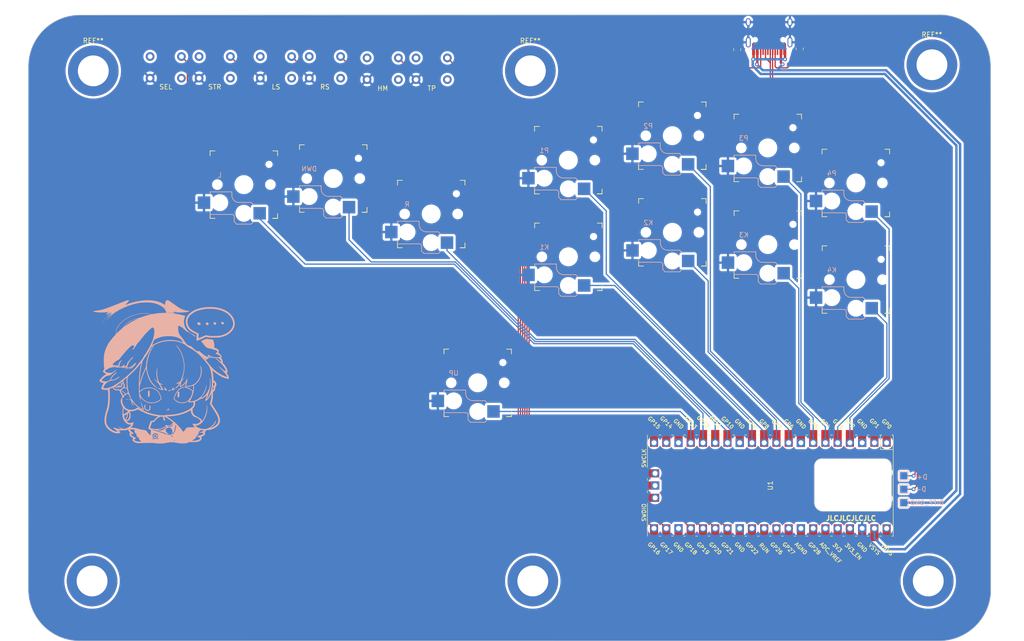
<source format=kicad_pcb>
(kicad_pcb (version 20221018) (generator pcbnew)
  (layers (0 "F.Cu" signal) (31 "B.Cu" signal) (34 "B.Paste" user) (35 "F.Paste" user) (36 "B.SilkS" user "B.Silkscreen") (37 "F.SilkS" user "F.Silkscreen") (38 "B.Mask" user) (39 "F.Mask" user) (44 "Edge.Cuts" user))
  (net 0 "")
  (net 1 "Net-(USB1-CC2)")
  (net 2 "GND")
  (net 3 "left")
  (net 4 "down")
  (net 5 "right")
  (net 6 "up")
  (net 7 "p1")
  (net 8 "p2")
  (net 9 "p3")
  (net 10 "p4")
  (net 11 "k1")
  (net 12 "k2")
  (net 13 "k3")
  (net 14 "k4")
  (net 15 "Net-(USB1-CC1)")
  (net 16 "d+")
  (net 17 "d-")
  (net 19 "start")
  (net 20 "select")
  (net 21 "LS")
  (net 22 "RS")
  (net 23 "home")
  (net 24 "TP")
  (net 49 "VCC")
  (net 50 "GND1")
  (footprint "MountingHole:MountingHole_6.4mm_M6_ISO7380_Pad_TopBottom" (layer "F.Cu") (at 202.438 30.734)
    (fp_text reference "REF**")
    (fp_text value "MountingHole_6.4mm_M6_ISO7380_Pad_TopBottom")
  )
  (footprint "random-keyboard-parts:PushButton_6x6mm_TH" (layer "F.Cu") (at 98.656 31.568)
    (fp_text reference "TP")
    (fp_text value "SW_Push")
  )
  (footprint "random-keyboard-parts:PushButton_6x6mm_TH" (layer "F.Cu") (at 76.506 31.278)
    (fp_text reference "RS")
    (fp_text value "SW_Push")
  )
  (footprint "keyswitches:Kailh_socket_PG1350" (layer "F.Cu") (at 59.69 55.626)
    (fp_text reference "L")
    (fp_text value "MX-NoLED")
  )
  (footprint "keyswitches:Kailh_socket_PG1350" (layer "F.Cu") (at 168.402 68.072)
    (fp_text reference "K3")
    (fp_text value "MX-NoLED")
  )
  (footprint "MCU_RaspberryPi_and_Boards:RPi_Pico_SMD_TH" (layer "F.Cu") (at 168.91 118.11 -90)
    (fp_text reference "U1")
    (fp_text value "Pico")
  )
  (footprint "Resistor_SMD:R_0805_2012Metric_Pad1.20x1.40mm_HandSolder" (layer "F.Cu") (at 162.052 27.583 90)
    (fp_text reference "R1" hide)
    (fp_text value "5.1K")
  )
  (footprint "random-keyboard-parts:PushButton_6x6mm_TH" (layer "F.Cu") (at 66.346 31.278)
    (fp_text reference "LS")
    (fp_text value "SW_Push")
  )
  (footprint "keyswitches:Kailh_socket_PG1350" (layer "F.Cu") (at 148.574 45.466)
    (fp_text reference "P2")
    (fp_text value "MX-NoLED")
  )
  (footprint "Type-C:HRO-TYPE-C-31-M-12-HandSoldering" (layer "F.Cu") (at 168.656 19.291 180)
    (fp_text reference "USB1" hide)
    (fp_text value "HRO-TYPE-C-31-M-12")
  )
  (footprint "random-keyboard-parts:PushButton_6x6mm_TH" (layer "F.Cu") (at 88.496 31.568)
    (fp_text reference "HM")
    (fp_text value "SW_Push")
  )
  (footprint "keyswitches:Kailh_socket_PG1350" (layer "F.Cu") (at 108.204 96.774)
    (fp_text reference "UP")
    (fp_text value "MX-NoLED")
  )
  (footprint "Resistor_SMD:R_0805_2012Metric_Pad1.20x1.40mm_HandSolder" (layer "F.Cu") (at 175.006 27.448 90)
    (fp_text reference "R2" hide)
    (fp_text value "5.1K")
  )
  (footprint "keyswitches:Kailh_socket_PG1350" (layer "F.Cu") (at 186.658 55.276)
    (fp_text reference "P4")
    (fp_text value "MX-NoLED")
  )
  (footprint "keyswitches:Kailh_socket_PG1350" (layer "F.Cu") (at 78.232 54.356)
    (fp_text reference "DWN")
    (fp_text value "MX-NoLED")
  )
  (footprint "keyswitches:Kailh_socket_PG1350" (layer "F.Cu") (at 98.552 61.722)
    (fp_text reference "R")
    (fp_text value "MX-NoLED")
  )
  (footprint "MountingHole:MountingHole_6.4mm_M6_ISO7380_Pad_TopBottom" (layer "F.Cu") (at 119.634 137.922)
    (fp_text reference "REF**" hide)
    (fp_text value "MountingHole_6.4mm_M6_ISO7380_Pad_TopBottom")
  )
  (footprint "MountingHole:MountingHole_6.4mm_M6_ISO7380_Pad_TopBottom" (layer "F.Cu") (at 28.448 32.004)
    (fp_text reference "REF**")
    (fp_text value "MountingHole_6.4mm_M6_ISO7380_Pad_TopBottom")
  )
  (footprint "keyswitches:Kailh_socket_PG1350" (layer "F.Cu") (at 168.386 48.006)
    (fp_text reference "P3")
    (fp_text value "MX-NoLED")
  )
  (footprint "keyswitches:Kailh_socket_PG1350" (layer "F.Cu") (at 186.674 75.342)
    (fp_text reference "K4")
    (fp_text value "MX-NoLED")
  )
  (footprint "keyswitches:Kailh_socket_PG1350" (layer "F.Cu") (at 127 50.546)
    (fp_text reference "P1")
    (fp_text value "MX-NoLED")
  )
  (footprint "MountingHole:MountingHole_6.4mm_M6_ISO7380_Pad_TopBottom" (layer "F.Cu") (at 119.126 32.004)
    (fp_text reference "REF**")
    (fp_text value "MountingHole_6.4mm_M6_ISO7380_Pad_TopBottom")
  )
  (footprint "keyswitches:Kailh_socket_PG1350" (layer "F.Cu") (at 127.016 70.612)
    (fp_text reference "K1")
    (fp_text value "MX-NoLED")
  )
  (footprint "MountingHole:MountingHole_6.4mm_M6_ISO7380_Pad_TopBottom" (layer "F.Cu") (at 28.194 137.922)
    (fp_text reference "REF**" hide)
    (fp_text value "MountingHole_6.4mm_M6_ISO7380_Pad_TopBottom")
  )
  (footprint "keyswitches:Kailh_socket_PG1350" (layer "F.Cu") (at 148.59 65.532)
    (fp_text reference "K2")
    (fp_text value "MX-NoLED")
  )
  (footprint "random-keyboard-parts:PushButton_6x6mm_TH" (layer "F.Cu") (at 43.486 31.278)
    (fp_text reference "SEL")
    (fp_text value "SW_Push")
  )
  (footprint "MountingHole:MountingHole_6.4mm_M6_ISO7380_Pad_TopBottom" (layer "F.Cu") (at 201.676 137.922)
    (fp_text reference "REF**" hide)
    (fp_text value "MountingHole_6.4mm_M6_ISO7380_Pad_TopBottom")
  )
  (footprint "random-keyboard-parts:PushButton_6x6mm_TH" (layer "F.Cu") (at 53.646 31.278)
    (fp_text reference "STR")
    (fp_text value "SW_Push")
  )
  (footprint "misc_silkscreen:logo" (layer "B.Cu") (at 39.116 119.888 180)
    (fp_text reference "G***" hide)
    (fp_text value "LOGO" hide)
  )
  (footprint "TestPoint:TestPoint_Pad_1.5x1.5mm" (layer "B.Cu") (at 196.596 116.078 180)
    (fp_text reference "D+")
    (fp_text value "Conn_01x01")
  )
  (footprint "misc_silkscreen:koharu" (layer "B.Cu") (at 43.18 94.488 180)
    (fp_text reference "G***" hide)
    (fp_text value "LOGO" hide)
  )
  (footprint "TestPoint:TestPoint_Pad_1.5x1.5mm" (layer "B.Cu") (at 196.596 121.666 180)
    (fp_text reference "DIFF_GND")
    (fp_text value "Conn_01x01")
  )
  (footprint "TestPoint:TestPoint_Pad_1.5x1.5mm" (layer "B.Cu") (at 196.596 118.872 180)
    (fp_text reference "D-")
    (fp_text value "Conn_01x01")
  )
  (gr_line (start 192.532 112.522) (end 179.578 112.522) (stroke (width 0.1)) (layer "Edge.Cuts"))
  (gr_arc (start 214.692491 139.360163) (mid 211.632994 147.128134) (end 203.938504 150.367999) (stroke (width 0.1)) (layer "Edge.Cuts"))
  (gr_line (start 214.617393 30.998889) (end 214.692492 139.360163) (stroke (width 0.1)) (layer "Edge.Cuts"))
  (gr_line (start 194.056 114.046) (end 194.056 121.92) (stroke (width 0.1)) (layer "Edge.Cuts"))
  (gr_arc (start 14.987185 31.325763) (mid 18.017621 23.625864) (end 25.641482 20.408921) (stroke (width 0.1)) (layer "Edge.Cuts"))
  (gr_line (start 178.054 114.046) (end 178.054001 121.665999) (stroke (width 0.1)) (layer "Edge.Cuts"))
  (gr_arc (start 179.832001 123.444) (mid 178.574765 122.923236) (end 178.054001 121.666) (stroke (width 0.1)) (layer "Edge.Cuts"))
  (gr_arc (start 192.532 112.522) (mid 193.609631 112.968369) (end 194.056 114.046) (stroke (width 0.1)) (layer "Edge.Cuts"))
  (gr_arc (start 203.700546 20.333793) (mid 211.404308 23.368001) (end 214.617393 30.998889) (stroke (width 0.1)) (layer "Edge.Cuts"))
  (gr_line (start 25.641482 20.408921) (end 203.700546 20.333793) (stroke (width 0.1)) (layer "Edge.Cuts"))
  (gr_arc (start 178.054 114.046) (mid 178.500369 112.968369) (end 179.578 112.522) (stroke (width 0.1)) (layer "Edge.Cuts"))
  (gr_arc (start 25.890241 150.365097) (mid 18.186478 147.330889) (end 14.973393 139.7) (stroke (width 0.1)) (layer "Edge.Cuts"))
  (gr_line (start 14.973393 139.7) (end 14.987185 31.325763) (stroke (width 0.1)) (layer "Edge.Cuts"))
  (gr_line (start 192.532 123.444) (end 179.832001 123.444) (stroke (width 0.1)) (layer "Edge.Cuts"))
  (gr_line (start 203.938504 150.367999) (end 25.890241 150.365097) (stroke (width 0.1)) (layer "Edge.Cuts"))
  (gr_arc (start 194.056 121.92) (mid 193.609631 122.997631) (end 192.532 123.444) (stroke (width 0.1)) (layer "Edge.Cuts"))
  (gr_text "JLCJLCJLCJLC" (at 180.34 125.476) (layer "F.SilkS") (effects (font (size 1 1) (thickness 0.25) bold) (justify left bottom)))
  (segment (start 166.624 31.377) (end 164.592 31.377) (width 0.25) (layer "F.Cu") (net 1))
  (segment (start 166.91 27.821) (end 166.91 31.091) (width 0.25) (layer "F.Cu") (net 1))
  (segment (start 162.56 29.345) (end 164.592 31.377) (width 0.25) (layer "F.Cu") (net 1))
  (segment (start 166.91 31.091) (end 166.624 31.377) (width 0.25) (layer "F.Cu") (net 1))
  (segment (start 162.56 29.091) (end 162.56 29.345) (width 0.25) (layer "F.Cu") (net 1))
  (segment (start 72.39 72.136) (end 103.378 72.136) (width 0.25) (layer "B.Cu") (net 3))
  (segment (start 140.459208 88.646) (end 154.94 103.126792) (width 0.25) (layer "B.Cu") (net 3))
  (segment (start 119.888 88.646) (end 140.459208 88.646) (width 0.25) (layer "B.Cu") (net 3))
  (segment (start 62.965 61.576) (end 62.965 62.711) (width 0.25) (layer "B.Cu") (net 3))
  (segment (start 154.94 103.126792) (end 154.94 109.22) (width 0.25) (layer "B.Cu") (net 3))
  (segment (start 62.965 62.711) (end 72.39 72.136) (width 0.25) (layer "B.Cu") (net 3))
  (segment (start 103.378 72.136) (end 119.888 88.646) (width 0.25) (layer "B.Cu") (net 3))
  (segment (start 157.48 105.030396) (end 157.48 109.22) (width 0.25) (layer "B.Cu") (net 4))
  (segment (start 140.645604 88.196) (end 157.48 105.030396) (width 0.25) (layer "B.Cu") (net 4))
  (segment (start 103.564396 71.686) (end 120.074396 88.196) (width 0.25) (layer "B.Cu") (net 4))
  (segment (start 120.074396 88.196) (end 140.645604 88.196) (width 0.25) (layer "B.Cu") (net 4))
  (segment (start 86.106 71.686) (end 103.564396 71.686) (width 0.25) (layer "B.Cu") (net 4))
  (segment (start 81.507 60.306) (end 81.507 67.087) (width 0.25) (layer "B.Cu") (net 4))
  (segment (start 81.507 67.087) (end 86.106 71.686) (width 0.25) (layer "B.Cu") (net 4))
  (segment (start 103.748 71.236) (end 103.750792 71.236) (width 0.25) (layer "B.Cu") (net 5))
  (segment (start 103.750792 71.236) (end 120.260792 87.746) (width 0.25) (layer "B.Cu") (net 5))
  (segment (start 160.02 106.934) (end 160.02 109.22) (width 0.25) (layer "B.Cu") (net 5))
  (segment (start 101.827 69.315) (end 103.748 71.236) (width 0.25) (layer "B.Cu") (net 5))
  (segment (start 120.260792 87.746) (end 140.832 87.746) (width 0.25) (layer "B.Cu") (net 5))
  (segment (start 140.832 87.746) (end 160.02 106.934) (width 0.25) (layer "B.Cu") (net 5))
  (segment (start 101.827 67.672) (end 101.827 69.315) (width 0.25) (layer "B.Cu") (net 5))
  (segment (start 152.4 104.902) (end 152.4 109.22) (width 0.25) (layer "B.Cu") (net 6))
  (segment (start 150.222 102.724) (end 152.4 104.902) (width 0.25) (layer "B.Cu") (net 6))
  (segment (start 111.479 102.724) (end 150.222 102.724) (width 0.25) (layer "B.Cu") (net 6))
  (segment (start 167.64 106.934) (end 167.64 109.22) (width 0.25) (layer "B.Cu") (net 7))
  (segment (start 134.874 74.168) (end 167.64 106.934) (width 0.25) (layer "B.Cu") (net 7))
  (segment (start 134.874 61.095) (end 134.874 74.168) (width 0.25) (layer "B.Cu") (net 7))
  (segment (start 130.275 56.496) (end 134.874 61.095) (width 0.25) (layer "B.Cu") (net 7))
  (segment (start 151.849 51.416) (end 156.464 56.031) (width 0.25) (layer "B.Cu") (net 8))
  (segment (start 156.464 90.17) (end 172.72 106.426) (width 0.25) (layer "B.Cu") (net 8))
  (segment (start 156.464 56.031) (end 156.464 90.17) (width 0.25) (layer "B.Cu") (net 8))
  (segment (start 172.72 106.426) (end 172.72 109.22) (width 0.25) (layer "B.Cu") (net 8))
  (segment (start 175.26 100.838) (end 180.34 105.918) (width 0.25) (layer "B.Cu") (net 9))
  (segment (start 171.661 53.956) (end 175.26 57.555) (width 0.25) (layer "B.Cu") (net 9))
  (segment (start 175.26 57.555) (end 175.26 100.838) (width 0.25) (layer "B.Cu") (net 9))
  (segment (start 180.34 105.918) (end 180.34 109.22) (width 0.25) (layer "B.Cu") (net 9))
  (segment (start 189.933 61.226) (end 193.548 64.841) (width 0.25) (layer "B.Cu") (net 10))
  (segment (start 193.548 64.841) (end 193.548 95.886396) (width 0.25) (layer "B.Cu") (net 10))
  (segment (start 185.42 104.014396) (end 185.42 109.22) (width 0.25) (layer "B.Cu") (net 10))
  (segment (start 193.548 95.886396) (end 185.42 104.014396) (width 0.25) (layer "B.Cu") (net 10))
  (segment (start 165.1 105.030396) (end 165.1 109.22) (width 0.25) (layer "B.Cu") (net 11))
  (segment (start 130.291 76.562) (end 136.631604 76.562) (width 0.25) (layer "B.Cu") (net 11))
  (segment (start 136.631604 76.562) (end 165.1 105.030396) (width 0.25) (layer "B.Cu") (net 11))
  (segment (start 170.18 104.522396) (end 170.18 109.22) (width 0.25) (layer "B.Cu") (net 12))
  (segment (start 156.014 75.631) (end 156.014 90.356396) (width 0.25) (layer "B.Cu") (net 12))
  (segment (start 151.865 71.482) (end 156.014 75.631) (width 0.25) (layer "B.Cu") (net 12))
  (segment (start 156.014 90.356396) (end 170.18 104.522396) (width 0.25) (layer "B.Cu") (net 12))
  (segment (start 174.81 101.024396) (end 177.8 104.014396) (width 0.25) (layer "B.Cu") (net 13))
  (segment (start 174.81 77.155) (end 174.81 101.024396) (width 0.25) (layer "B.Cu") (net 13))
  (segment (start 171.677 74.022) (end 174.81 77.155) (width 0.25) (layer "B.Cu") (net 13))
  (segment (start 177.8 104.014396) (end 177.8 109.22) (width 0.25) (layer "B.Cu") (net 13))
  (segment (start 193.098 84.441) (end 193.098 95.7) (width 0.25) (layer "B.Cu") (net 14))
  (segment (start 182.88 105.918) (end 182.88 109.22) (width 0.25) (layer "B.Cu") (net 14))
  (segment (start 189.949 81.292) (end 193.098 84.441) (width 0.25) (layer "B.Cu") (net 14))
  (segment (start 193.098 95.7) (end 182.88 105.918) (width 0.25) (layer "B.Cu") (net 14))
  (segment (start 172.466 31.377) (end 174.53 29.313) (width 0.25) (layer "F.Cu") (net 15))
  (segment (start 169.91 31.107) (end 170.18 31.377) (width 0.25) (layer "F.Cu") (net 15))
  (segment (start 174.53 28.924) (end 175.006 28.448) (width 0.25) (layer "F.Cu") (net 15))
  (segment (start 170.18 31.377) (end 172.466 31.377) (width 0.25) (layer "F.Cu") (net 15))
  (segment (start 169.91 27.821) (end 169.91 31.107) (width 0.25) (layer "F.Cu") (net 15))
  (segment (start 174.53 29.313) (end 174.53 28.924) (width 0.25) (layer "F.Cu") (net 15))
  (segment (start 198.94 115.766) (end 198.94 113.538) (width 0.25) (layer "F.Cu") (net 16))
  (segment (start 198.323589 107.838) (end 198.64 107.838) (width 0.25) (layer "F.Cu") (net 16))
  (segment (start 198.64 113.238) (end 198.323589 113.238) (width 0.25) (layer "F.Cu") (net 16))
  (segment (start 198.64 106.038) (end 198.323589 106.038) (width 0.25) (layer "F.Cu") (net 16))
  (segment (start 198.323589 106.638) (end 198.64 106.638) (width 0.25) (layer "F.Cu") (net 16))
  (segment (start 198.64 112.038) (end 198.323589 112.038) (width 0.25) (layer "F.Cu") (net 16))
  (segment (start 167.91 29.346) (end 168.91 30.346) (width 0.25) (layer "F.Cu") (net 16))
  (segment (start 198.323589 111.438) (end 198.64 111.438) (width 0.25) (layer "F.Cu") (net 16))
  (segment (start 168.91 35.56) (end 168.91 29.345) (width 0.25) (layer "F.Cu") (net 16))
  (segment (start 198.64 109.638) (end 198.323589 109.638) (width 0.25) (layer "F.Cu") (net 16))
  (segment (start 172.72 39.37) (end 168.91 35.56) (width 0.25) (layer "F.Cu") (net 16))
  (segment (start 198.628 116.078) (end 198.94 115.766) (width 0.25) (layer "F.Cu") (net 16))
  (segment (start 198.64 107.238) (end 198.323589 107.238) (width 0.25) (layer "F.Cu") (net 16))
  (segment (start 198.323589 110.238) (end 198.64 110.238) (width 0.25) (layer "F.Cu") (net 16))
  (segment (start 168.91 30.346) (end 168.91 29.345) (width 0.25) (layer "F.Cu") (net 16))
  (segment (start 198.323589 112.638) (end 198.64 112.638) (width 0.25) (layer "F.Cu") (net 16))
  (segment (start 198.323589 109.038) (end 198.64 109.038) (width 0.25) (layer "F.Cu") (net 16))
  (segment (start 186.561604 39.37) (end 172.72 39.37) (width 0.25) (layer "F.Cu") (net 16))
  (segment (start 198.94 51.748396) (end 186.561604 39.37) (width 0.25) (layer "F.Cu") (net 16))
  (segment (start 198.323589 105.438) (end 198.64 105.438) (width 0.25) (layer "F.Cu") (net 16))
  (segment (start 167.91 27.821) (end 167.91 29.346) (width 0.25) (layer "F.Cu") (net 16))
  (segment (start 198.94 104.863428) (end 198.94 51.748396) (width 0.25) (layer "F.Cu") (net 16))
  (segment (start 198.94 105.138) (end 198.94 104.863428) (width 0.25) (layer "F.Cu") (net 16))
  (segment (start 198.64 110.838) (end 198.323589 110.838) (width 0.25) (layer "F.Cu") (net 16))
  (segment (start 168.91 29.345) (end 168.91 27.821) (width 0.25) (layer "F.Cu") (net 16))
  (segment (start 198.64 108.438) (end 198.323589 108.438) (width 0.25) (layer "F.Cu") (net 16))
  (via (at 198.628 116.078) (size 0.8) (drill 0.4) (layers "F.Cu" "B.Cu") (net 16))
  (arc (start 198.023589 105.738) (mid 198.111457 105.525868) (end 198.323589 105.438) (width 0.25) (layer "F.Cu") (net 16))
  (arc (start 198.64 107.838) (mid 198.852132 107.750132) (end 198.94 107.538) (width 0.25) (layer "F.Cu") (net 16))
  (arc (start 198.323589 106.038) (mid 198.111457 105.950132) (end 198.023589 105.738) (width 0.25) (layer "F.Cu") (net 16))
  (arc (start 198.323589 107.238) (mid 198.111457 107.150132) (end 198.023589 106.938) (width 0.25) (layer "F.Cu") (net 16))
  (arc (start 198.94 113.538) (mid 198.852132 113.325868) (end 198.64 113.238) (width 0.25) (layer "F.Cu") (net 16))
  (arc (start 198.323589 108.438) (mid 198.111457 108.350132) (end 198.023589 108.138) (width 0.25) (layer "F.Cu") (net 16))
  (arc (start 198.323589 110.838) (mid 198.111457 110.750132) (end 198.023589 110.538) (width 0.25) (layer "F.Cu") (net 16))
  (arc (start 198.94 112.338) (mid 198.852132 112.125868) (end 198.64 112.038) (width 0.25) (layer "F.Cu") (net 16))
  (arc (start 198.023589 109.338) (mid 198.111457 109.125868) (end 198.323589 109.038) (width 0.25) (layer "F.Cu") (net 16))
  (arc (start 198.94 109.938) (mid 198.852132 109.725868) (end 198.64 109.638) (width 0.25) (layer "F.Cu") (net 16))
  (arc (start 198.64 111.438) (mid 198.852132 111.350132) (end 198.94 111.138) (width 0.25) (layer "F.Cu") (net 16))
  (arc (start 198.64 112.638) (mid 198.852132 112.550132) (end 198.94 112.338) (width 0.25) (layer "F.Cu") (net 16))
  (arc (start 198.94 111.138) (mid 198.852132 110.925868) (end 198.64 110.838) (width 0.25) (layer "F.Cu") (net 16))
  (arc (start 198.94 107.538) (mid 198.852132 107.325868) (end 198.64 107.238) (width 0.25) (layer "F.Cu") (net 16))
  (arc (start 198.023589 106.938) (mid 198.111457 106.725868) (end 198.323589 106.638) (width 0.25) (layer "F.Cu") (net 16))
  (arc (start 198.64 109.038) (mid 198.852132 108.950132) (end 198.94 108.738) (width 0.25) (layer "F.Cu") (net 16))
  (arc (start 198.323589 113.238) (mid 198.111457 113.150132) (end 198.023589 112.938) (width 0.25) (layer "F.Cu") (net 16))
  (arc (start 198.323589 112.038) (mid 198.111457 111.950132) (end 198.023589 111.738) (width 0.25) (layer "F.Cu") (net 16))
  (arc (start 198.64 106.638) (mid 198.852132 106.550132) (end 198.94 106.338) (width 0.25) (layer "F.Cu") (net 16))
  (arc (start 198.64 105.438) (mid 198.852132 105.350132) (end 198.94 105.138) (width 0.25) (layer "F.Cu") (net 16))
  (arc (start 198.023589 111.738) (mid 198.111457 111.525868) (end 198.323589 111.438) (width 0.25) (layer "F.Cu") (net 16))
  (arc (start 198.94 106.338) (mid 198.852132 106.125868) (end 198.64 106.038) (width 0.25) (layer "F.Cu") (net 16))
  (arc (start 198.64 110.238) (mid 198.852132 110.150132) (end 198.94 109.938) (width 0.25) (layer "F.Cu") (net 16))
  (arc (start 198.323589 109.638) (mid 198.111457 109.550132) (end 198.023589 109.338) (width 0.25) (layer "F.Cu") (net 16))
  (arc (start 198.023589 110.538) (mid 198.111457 110.325868) (end 198.323589 110.238) (width 0.25) (layer "F.Cu") (net 16))
  (arc (start 198.94 108.738) (mid 198.852132 108.525868) (end 198.64 108.438) (width 0.25) (layer "F.Cu") (net 16))
  (arc (start 198.023589 108.138) (mid 198.111457 107.925868) (end 198.323589 107.838) (width 0.25) (layer "F.Cu") (net 16))
  (arc (start 198.023589 112.938) (mid 198.111457 112.725868) (end 198.323589 112.638) (width 0.25) (layer "F.Cu") (net 16))
  (segment (start 198.628 116.078) (end 196.596 116.078) (width 0.25) (layer "B.Cu") (net 16))
  (segment (start 199.39 51.562) (end 199.39 118.11) (width 0.25) (layer "F.Cu") (net 17))
  (segment (start 199.39 118.11) (end 198.628 118.872) (width 0.25) (layer "F.Cu") (net 17))
  (segment (start 172.906396 38.92) (end 186.748 38.92) (width 0.25) (layer "F.Cu") (net 17))
  (segment (start 169.381 25.936) (end 169.381 35.394604) (width 0.25) (layer "F.Cu") (net 17))
  (segment (start 169.381 35.394604) (end 172.906396 38.92) (width 0.25) (layer "F.Cu") (net 17))
  (segment (start 168.41 25.957) (end 168.431 25.936) (width 0.25) (layer "F.Cu") (net 17))
  (segment (start 168.431 25.936) (end 169.381 25.936) (width 0.25) (layer "F.Cu") (net 17))
  (segment (start 168.41 27.821) (end 168.41 25.957) (width 0.25) (layer "F.Cu") (net 17))
  (segment (start 186.748 38.92) (end 199.39 51.562) (width 0.25) (layer "F.Cu") (net 17))
  (via (at 198.628 118.872) (size 0.8) (drill 0.4) (layers "F.Cu" "B.Cu") (net 17))
  (segment (start 198.628 118.872) (end 196.596 118.872) (width 0.25) (layer "B.Cu") (net 17))
  (segment (start 59.182 36.576) (end 62.796 40.19) (width 0.25) (layer "F.Cu") (net 19))
  (segment (start 117.072 108.695584) (end 132.350416 123.974) (width 0.25) (layer "F.Cu") (net 19))
  (segment (start 92.508416 40.19) (end 117.072 64.753584) (width 0.25) (layer "F.Cu") (net 19))
  (segment (start 59.182 31.314) (end 59.182 36.576) (width 0.25) (layer "F.Cu") (net 19))
  (segment (start 56.896 29.028) (end 59.182 31.314) (width 0.25) (layer "F.Cu") (net 19))
  (segment (start 62.796 40.19) (end 92.508416 40.19) (width 0.25) (layer "F.Cu") (net 19))
  (segment (start 117.072 64.753584) (end 117.072 108.695584) (width 0.25) (layer "F.Cu") (net 19))
  (segment (start 144.294 123.974) (end 147.32 127) (width 0.25) (layer "F.Cu") (net 19))
  (segment (start 132.350416 123.974) (end 144.294 123.974) (width 0.25) (layer "F.Cu") (net 19))
  (segment (start 132.16402 124.424) (end 142.204 124.424) (width 0.25) (layer "F.Cu") (net 20))
  (segment (start 52.07 40.64) (end 92.32202 40.64) (width 0.25) (layer "F.Cu") (net 20))
  (segment (start 46.736 29.028) (end 47.961 30.253) (width 0.25) (layer "F.Cu") (net 20))
  (segment (start 92.32202 40.64) (end 116.622 64.93998) (width 0.25) (layer "F.Cu") (net 20))
  (segment (start 142.204 124.424) (end 144.78 127) (width 0.25) (layer "F.Cu") (net 20))
  (segment (start 116.622 64.93998) (end 116.622 108.88198) (width 0.25) (layer "F.Cu") (net 20))
  (segment (start 47.961 30.253) (end 47.961 36.531) (width 0.25) (layer "F.Cu") (net 20))
  (segment (start 116.622 108.88198) (end 132.16402 124.424) (width 0.25) (layer "F.Cu") (net 20))
  (segment (start 47.961 36.531) (end 52.07 40.64) (width 0.25) (layer "F.Cu") (net 20))
  (segment (start 92.694812 39.74) (end 117.522 64.567188) (width 0.25) (layer "F.Cu") (net 21))
  (segment (start 132.536812 123.524) (end 148.924 123.524) (width 0.25) (layer "F.Cu") (net 21))
  (segment (start 74.538 39.74) (end 92.694812 39.74) (width 0.25) (layer "F.Cu") (net 21))
  (segment (start 117.522 64.567188) (end 117.522 108.509188) (width 0.25) (layer "F.Cu") (net 21))
  (segment (start 71.374 36.576) (end 74.538 39.74) (width 0.25) (layer "F.Cu") (net 21))
  (segment (start 117.522 108.509188) (end 132.536812 123.524) (width 0.25) (layer "F.Cu") (net 21))
  (segment (start 69.596 29.028) (end 71.374 30.806) (width 0.25) (layer "F.Cu") (net 21))
  (segment (start 71.374 30.806) (end 71.374 36.576) (width 0.25) (layer "F.Cu") (net 21))
  (segment (start 148.924 123.524) (end 152.4 127) (width 0.25) (layer "F.Cu") (net 21))
  (segment (start 79.756 29.028) (end 81.534 30.806) (width 0.25) (layer "F.Cu") (net 22))
  (segment (start 92.881208 39.29) (end 117.972 64.380792) (width 0.25) (layer "F.Cu") (net 22))
  (segment (start 81.534 30.806) (end 81.534 36.068) (width 0.25) (layer "F.Cu") (net 22))
  (segment (start 117.972 64.380792) (end 117.972 108.322792) (width 0.25) (layer "F.Cu") (net 22))
  (segment (start 132.723208 123.074) (end 151.014 123.074) (width 0.25) (layer "F.Cu") (net 22))
  (segment (start 117.972 108.322792) (end 132.723208 123.074) (width 0.25) (layer "F.Cu") (net 22))
  (segment (start 84.756 39.29) (end 92.881208 39.29) (width 0.25) (layer "F.Cu") (net 22))
  (segment (start 81.534 36.068) (end 84.756 39.29) (width 0.25) (layer "F.Cu") (net 22))
  (segment (start 151.014 123.074) (end 154.94 127) (width 0.25) (layer "F.Cu") (net 22))
  (segment (start 157.48 127) (end 153.104 122.624) (width 0.25) (layer "F.Cu") (net 23))
  (segment (start 118.422 64.194396) (end 93.472 39.244396) (width 0.25) (layer "F.Cu") (net 23))
  (segment (start 132.909604 122.624) (end 118.422 108.136396) (width 0.25) (layer "F.Cu") (net 23))
  (segment (start 93.472 31.044) (end 91.746 29.318) (width 0.25) (layer "F.Cu") (net 23))
  (segment (start 118.422 108.136396) (end 118.422 64.194396) (width 0.25) (layer "F.Cu") (net 23))
  (segment (start 93.472 39.244396) (end 93.472 31.044) (width 0.25) (layer "F.Cu") (net 23))
  (segment (start 153.104 122.624) (end 132.909604 122.624) (width 0.25) (layer "F.Cu") (net 23))
  (segment (start 118.872 107.95) (end 133.096 122.174) (width 0.25) (layer "F.Cu") (net 24))
  (segment (start 118.872 64.008) (end 118.872 107.95) (width 0.25) (layer "F.Cu") (net 24))
  (segment (start 101.906 29.318) (end 103.632 31.044) (width 0.25) (layer "F.Cu") (net 24))
  (segment (start 155.194 122.174) (end 160.02 127) (width 0.25) (layer "F.Cu") (net 24))
  (segment (start 103.632 31.044) (end 103.632 48.768) (width 0.25) (layer "F.Cu") (net 24))
  (segment (start 103.632 48.768) (end 118.872 64.008) (width 0.25) (layer "F.Cu") (net 24))
  (segment (start 133.096 122.174) (end 155.194 122.174) (width 0.25) (layer "F.Cu") (net 24))
  (segment (start 166.111701 30.6525) (end 166.21 30.554201) (width 0.5) (layer "F.Cu") (net 49))
  (segment (start 171.45 30.6525) (end 171.11 30.3125) (width 0.5) (layer "F.Cu") (net 49))
  (segment (start 166.21 30.554201) (end 166.21 27.821) (width 0.5) (layer "F.Cu") (net 49))
  (segment (start 171.11 30.3125) (end 171.11 27.821) (width 0.5) (layer "F.Cu") (net 49))
  (via (at 171.45 30.6525) (size 0.8) (drill 0.4) (layers "F.Cu" "B.Cu") (net 49))
  (via (at 166.111701 30.6525) (size 0.8) (drill 0.4) (layers "F.Cu" "B.Cu") (net 49))
  (segment (start 196.85 131.318) (end 208.28 119.888) (width 0.5) (layer "B.Cu") (net 49))
  (segment (start 190.5 127) (end 190.5 129.032) (width 0.5) (layer "B.Cu") (net 49))
  (segment (start 170.688 31.885) (end 170.688 31.4145) (width 0.5) (layer "B.Cu") (net 49))
  (segment (start 170.688 31.4145) (end 171.45 30.6525) (width 0.5) (layer "B.Cu") (net 49))
  (segment (start 190.5 129.032) (end 192.786 131.318) (width 0.5) (layer "B.Cu") (net 49))
  (segment (start 192.921 31.885) (end 167.344201 31.885) (width 0.5) (layer "B.Cu") (net 49))
  (segment (start 192.786 131.318) (end 196.85 131.318) (width 0.5) (layer "B.Cu") (net 49))
  (segment (start 208.28 119.888) (end 208.28 47.244) (width 0.5) (layer "B.Cu") (net 49))
  (segment (start 167.344201 31.885) (end 166.111701 30.6525) (width 0.5) (layer "B.Cu") (net 49))
  (segment (start 208.28 47.244) (end 192.921 31.885) (width 0.5) (layer "B.Cu") (net 49))
  (segment (start 171.9595 29.599) (end 171.9595 27.8955) (width 0.5) (layer "F.Cu") (net 50))
  (segment (start 171.9595 27.8955) (end 171.885 27.821) (width 0.5) (layer "F.Cu") (net 50))
  (segment (start 165.435 29.5245) (end 165.3605 29.599) (width 0.5) (layer "F.Cu") (net 50))
  (segment (start 165.435 27.821) (end 165.435 29.5245) (width 0.5) (layer "F.Cu") (net 50))
  (via (at 171.9595 29.599) (size 0.8) (drill 0.4) (layers "F.Cu" "B.Cu") (net 50))
  (via (at 165.3605 29.599) (size 0.8) (drill 0.4) (layers "F.Cu" "B.Cu") (net 50))
  (segment (start 207.518 119.126) (end 204.978 121.666) (width 0.5) (layer "B.Cu") (net 50))
  (segment (start 207.518 47.498) (end 207.518 119.126) (width 0.5) (layer "B.Cu") (net 50))
  (segment (start 204.978 121.666) (end 196.596 121.666) (width 0.5) (layer "B.Cu") (net 50))
  (segment (start 165.261701 31.004582) (end 166.904119 32.647) (width 0.5) (layer "B.Cu") (net 50))
  (segment (start 166.904119 32.647) (end 192.667 32.647) (width 0.5) (layer "B.Cu") (net 50))
  (segment (start 165.3605 29.599) (end 171.9595 29.599) (width 0.5) (layer "B.Cu") (net 50))
  (segment (start 192.667 32.647) (end 207.518 47.498) (width 0.5) (layer "B.Cu") (net 50))
  (segment (start 165.261701 29.697799) (end 165.261701 31.004582) (width 0.5) (layer "B.Cu") (net 50))
  (segment (start 165.3605 29.599) (end 165.261701 29.697799) (width 0.5) (layer "B.Cu") (net 50))
  (zone (net 0) (net_name "") (layer "B.Cu") (connect_pads (clearance 0)) (min_thickness 0.25)
    (keepout (tracks allowed) (vias allowed) (pads allowed) (copperpour not_allowed) (footprints allowed))
    (fill (thermal_gap 0.5) (thermal_bridge_width 0.5))
    (polygon (pts (xy 163.576 27.567) (xy 173.482 27.567) (xy 172.72 30.107) (xy 164.592 29.972)))
  )
  (zone (net 2) (net_name "GND") (layer "B.Cu") (connect_pads (clearance 0.5)) (min_thickness 0.25) (fill yes (thermal_gap 0.5) (thermal_bridge_width 0.5))
    (polygon (pts (xy 214.617393 20.32) (xy 214.617393 150.368) (xy 14.973393 150.368) (xy 14.973393 20.32)))
  )
)
</source>
